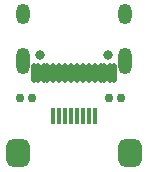
<source format=gts>
G04*
G04 #@! TF.GenerationSoftware,Altium Limited,Altium Designer,21.9.2 (33)*
G04*
G04 Layer_Color=8388736*
%FSLAX25Y25*%
%MOIN*%
G70*
G04*
G04 #@! TF.SameCoordinates,A1AEA960-78A4-4295-AD99-E4789AA04FEB*
G04*
G04*
G04 #@! TF.FilePolarity,Negative*
G04*
G01*
G75*
G04:AMPARAMS|DCode=17|XSize=56mil|YSize=16mil|CornerRadius=5.5mil|HoleSize=0mil|Usage=FLASHONLY|Rotation=90.000|XOffset=0mil|YOffset=0mil|HoleType=Round|Shape=RoundedRectangle|*
%AMROUNDEDRECTD17*
21,1,0.05600,0.00500,0,0,90.0*
21,1,0.04500,0.01600,0,0,90.0*
1,1,0.01100,0.00250,0.02250*
1,1,0.01100,0.00250,-0.02250*
1,1,0.01100,-0.00250,-0.02250*
1,1,0.01100,-0.00250,0.02250*
%
%ADD17ROUNDEDRECTD17*%
G04:AMPARAMS|DCode=18|XSize=92mil|YSize=78mil|CornerRadius=21mil|HoleSize=0mil|Usage=FLASHONLY|Rotation=270.000|XOffset=0mil|YOffset=0mil|HoleType=Round|Shape=RoundedRectangle|*
%AMROUNDEDRECTD18*
21,1,0.09200,0.03600,0,0,270.0*
21,1,0.05000,0.07800,0,0,270.0*
1,1,0.04200,-0.01800,-0.02500*
1,1,0.04200,-0.01800,0.02500*
1,1,0.04200,0.01800,0.02500*
1,1,0.04200,0.01800,-0.02500*
%
%ADD18ROUNDEDRECTD18*%
G04:AMPARAMS|DCode=19|XSize=26mil|YSize=26mil|CornerRadius=8mil|HoleSize=0mil|Usage=FLASHONLY|Rotation=90.000|XOffset=0mil|YOffset=0mil|HoleType=Round|Shape=RoundedRectangle|*
%AMROUNDEDRECTD19*
21,1,0.02600,0.01000,0,0,90.0*
21,1,0.01000,0.02600,0,0,90.0*
1,1,0.01600,0.00500,0.00500*
1,1,0.01600,0.00500,-0.00500*
1,1,0.01600,-0.00500,-0.00500*
1,1,0.01600,-0.00500,0.00500*
%
%ADD19ROUNDEDRECTD19*%
G04:AMPARAMS|DCode=20|XSize=65.06mil|YSize=17.81mil|CornerRadius=5.95mil|HoleSize=0mil|Usage=FLASHONLY|Rotation=270.000|XOffset=0mil|YOffset=0mil|HoleType=Round|Shape=RoundedRectangle|*
%AMROUNDEDRECTD20*
21,1,0.06506,0.00591,0,0,270.0*
21,1,0.05315,0.01781,0,0,270.0*
1,1,0.01191,-0.00295,-0.02657*
1,1,0.01191,-0.00295,0.02657*
1,1,0.01191,0.00295,0.02657*
1,1,0.01191,0.00295,-0.02657*
%
%ADD20ROUNDEDRECTD20*%
%ADD21C,0.03159*%
%ADD22O,0.04537X0.06899*%
%ADD23O,0.04537X0.08868*%
D17*
X-6890Y-6100D02*
D03*
X-4921D02*
D03*
X-2953D02*
D03*
X-984D02*
D03*
X984D02*
D03*
X2953D02*
D03*
X4921D02*
D03*
X6890D02*
D03*
D18*
X-18563Y-18500D02*
D03*
X18563D02*
D03*
D19*
X15500Y0D02*
D03*
X11500D02*
D03*
X-18000D02*
D03*
X-14000D02*
D03*
D20*
X-13189Y8079D02*
D03*
X-12008D02*
D03*
X-10039D02*
D03*
X-8858D02*
D03*
X-6890D02*
D03*
X-4921D02*
D03*
X-2953D02*
D03*
X-984D02*
D03*
X984D02*
D03*
X2953D02*
D03*
X4921D02*
D03*
X6890D02*
D03*
X8858D02*
D03*
X10039D02*
D03*
X12008D02*
D03*
X13189D02*
D03*
D21*
X11378Y14142D02*
D03*
X-11378D02*
D03*
D22*
X-17028Y27921D02*
D03*
X17028D02*
D03*
D23*
X-17028Y12173D02*
D03*
X17028D02*
D03*
M02*

</source>
